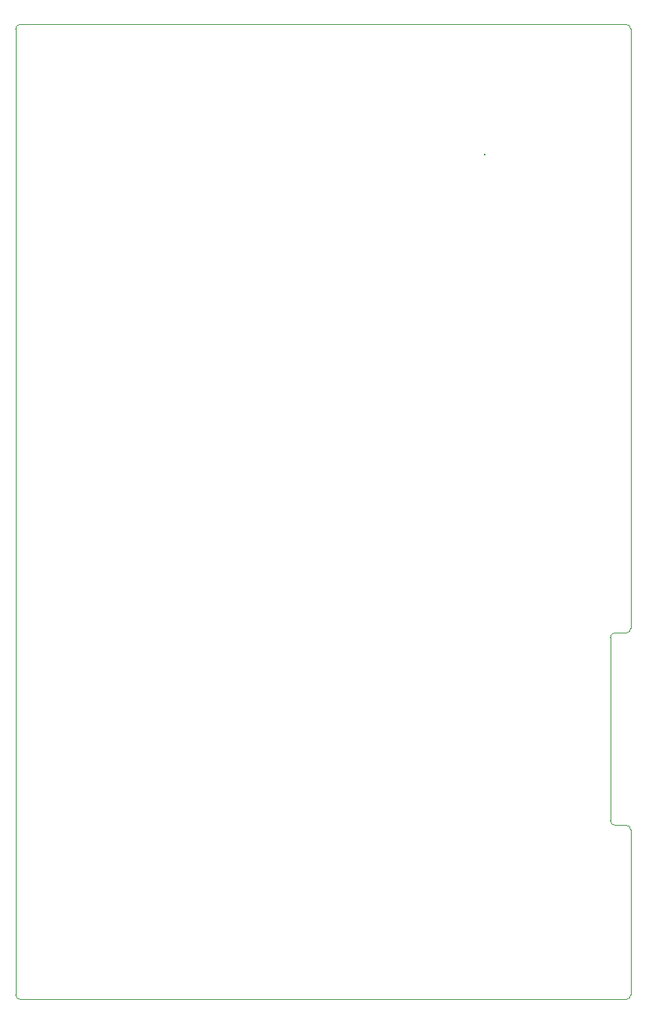
<source format=gbr>
%TF.GenerationSoftware,KiCad,Pcbnew,9.0.0*%
%TF.CreationDate,2025-03-18T19:24:19-04:00*%
%TF.ProjectId,200_Plattform,3230305f-506c-4617-9474-666f726d2e6b,A1*%
%TF.SameCoordinates,Original*%
%TF.FileFunction,Component,L4,Bot*%
%TF.FilePolarity,Positive*%
%FSLAX46Y46*%
G04 Gerber Fmt 4.6, Leading zero omitted, Abs format (unit mm)*
G04 Created by KiCad (PCBNEW 9.0.0) date 2025-03-18 19:24:19*
%MOMM*%
%LPD*%
G01*
G04 APERTURE LIST*
%TA.AperFunction,ComponentMain*%
%ADD10C,0.300000*%
%TD*%
%TA.AperFunction,Profile*%
%ADD11C,0.050000*%
%TD*%
G04 APERTURE END LIST*
D10*
%TO.C,M1*%
%TO.CFtp,DAISY_PATCH_SM_OUTLINE*%
%TO.CVal,DAISY PATCH SM*%
%TO.CLbN,0_synthesis_tht*%
%TO.CMnt,Other*%
%TO.CRot,90*%
X96633000Y-49133000D03*
%TD*%
D11*
X112522000Y-144018000D02*
X44450000Y-144018000D01*
X112522000Y-124460000D02*
G75*
G02*
X113030000Y-124968000I0J-508000D01*
G01*
X43942000Y-143510000D02*
X43942000Y-35052000D01*
X44450000Y-34544000D02*
X112522000Y-34544000D01*
X112522000Y-34544000D02*
G75*
G02*
X113030000Y-35052000I0J-508000D01*
G01*
X44450000Y-144018000D02*
G75*
G02*
X43942000Y-143510000I0J508000D01*
G01*
X113030000Y-35052000D02*
X113030000Y-102362000D01*
X113030000Y-102362000D02*
G75*
G02*
X112522000Y-102870000I-508000J0D01*
G01*
X43942000Y-35052000D02*
G75*
G02*
X44450000Y-34544000I508000J0D01*
G01*
X111252000Y-124460000D02*
X112522000Y-124460000D01*
X112522000Y-102870000D02*
X111252000Y-102870000D01*
X110744000Y-103378000D02*
G75*
G02*
X111252000Y-102870000I508000J0D01*
G01*
X113030000Y-143510000D02*
G75*
G02*
X112522000Y-144018000I-508000J0D01*
G01*
X111252000Y-124460000D02*
G75*
G02*
X110744000Y-123952000I0J508000D01*
G01*
X110744000Y-103378000D02*
X110744000Y-123952000D01*
X113030000Y-124968000D02*
X113030000Y-143510000D01*
M02*

</source>
